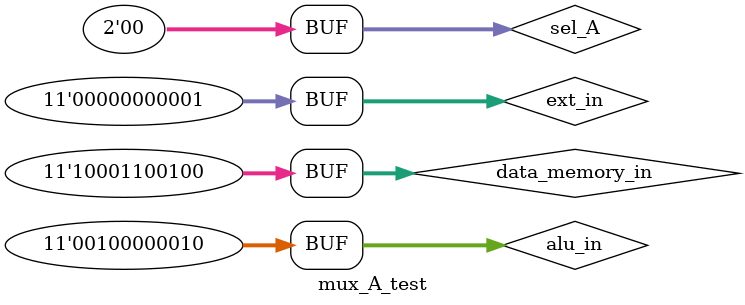
<source format=sv>
`timescale 1 ns / 10 ps

module mux_A_test#(
        parameter DATA_WIDTH = 11
    );

    logic [DATA_WIDTH - 1:0] alu_in, ext_in, data_memory_in;
    logic [1:0] sel_A;
    logic [DATA_WIDTH - 1:0] mux_A_out;

    mux_A Mux_A0( 
        .alu_in(alu_in), 
        .ext_in(ext_in), 
        .data_memory_in(data_memory_in), 
        .sel_A(sel_A), 
        .mux_A_out(mux_A_out)
    );

    initial
    begin
        ext_in = 11'b00001110001; 
        data_memory_in = 11'b00000000000; 
        alu_in = 11'b11110000010;
        sel_A = 2'b00;
        #1 sel_A = 2'b01;
        #1 sel_A = 2'b10;
        #1 alu_in = 11'b01010101010;
        #1 ext_in = 11'b00000000001;
        #1 sel_A = 2'b00;
        #1 sel_A = 2'b11;
        #1 sel_A = 2'b00;
        #1 data_memory_in = 11'b10001100100;
        #1 alu_in = 11'b00100000010;	
    end
endmodule 
</source>
